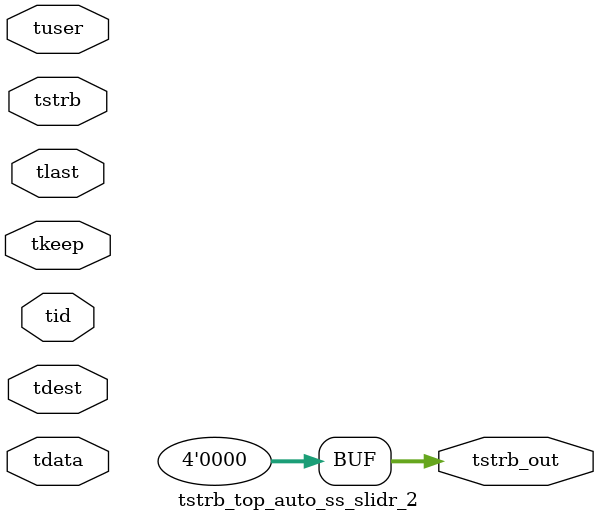
<source format=v>


`timescale 1ps/1ps

module tstrb_top_auto_ss_slidr_2 #
(
parameter C_S_AXIS_TDATA_WIDTH = 32,
parameter C_S_AXIS_TUSER_WIDTH = 0,
parameter C_S_AXIS_TID_WIDTH   = 0,
parameter C_S_AXIS_TDEST_WIDTH = 0,
parameter C_M_AXIS_TDATA_WIDTH = 32
)
(
input  [(C_S_AXIS_TDATA_WIDTH == 0 ? 1 : C_S_AXIS_TDATA_WIDTH)-1:0     ] tdata,
input  [(C_S_AXIS_TUSER_WIDTH == 0 ? 1 : C_S_AXIS_TUSER_WIDTH)-1:0     ] tuser,
input  [(C_S_AXIS_TID_WIDTH   == 0 ? 1 : C_S_AXIS_TID_WIDTH)-1:0       ] tid,
input  [(C_S_AXIS_TDEST_WIDTH == 0 ? 1 : C_S_AXIS_TDEST_WIDTH)-1:0     ] tdest,
input  [(C_S_AXIS_TDATA_WIDTH/8)-1:0 ] tkeep,
input  [(C_S_AXIS_TDATA_WIDTH/8)-1:0 ] tstrb,
input                                                                    tlast,
output [(C_M_AXIS_TDATA_WIDTH/8)-1:0 ] tstrb_out
);

assign tstrb_out = {1'b0};

endmodule


</source>
